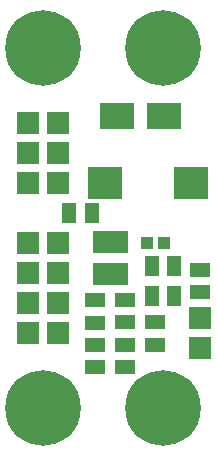
<source format=gbr>
G04 #@! TF.GenerationSoftware,KiCad,Pcbnew,(2018-02-10 revision a04965c36)-makepkg*
G04 #@! TF.CreationDate,2018-07-08T18:58:52+02:00*
G04 #@! TF.ProjectId,STEPUPDC01A,53544550555044433031412E6B696361,REV*
G04 #@! TF.SameCoordinates,Original*
G04 #@! TF.FileFunction,Soldermask,Bot*
G04 #@! TF.FilePolarity,Negative*
%FSLAX46Y46*%
G04 Gerber Fmt 4.6, Leading zero omitted, Abs format (unit mm)*
G04 Created by KiCad (PCBNEW (2018-02-10 revision a04965c36)-makepkg) date 07/08/18 18:58:52*
%MOMM*%
%LPD*%
G01*
G04 APERTURE LIST*
%ADD10R,2.900000X2.700000*%
%ADD11R,2.900000X2.200000*%
%ADD12R,1.000000X1.100000*%
%ADD13R,1.924000X1.924000*%
%ADD14C,6.400000*%
%ADD15R,1.050000X1.960000*%
%ADD16R,1.299000X1.800000*%
%ADD17R,1.289000X1.800000*%
%ADD18R,1.800000X1.289000*%
%ADD19R,1.800000X1.299000*%
G04 APERTURE END LIST*
D10*
X116045000Y-59690000D03*
X108745000Y-59690000D03*
D11*
X109760000Y-53975000D03*
X113760000Y-53975000D03*
D12*
X112330000Y-64770000D03*
X113730000Y-64770000D03*
D13*
X102235000Y-54610000D03*
X104775000Y-54610000D03*
X102235000Y-57150000D03*
X104775000Y-57150000D03*
X102235000Y-59690000D03*
X104775000Y-59690000D03*
X104775000Y-72390000D03*
X102235000Y-72390000D03*
X104775000Y-69850000D03*
X102235000Y-69850000D03*
X104775000Y-67310000D03*
X102235000Y-67310000D03*
X104775000Y-64770000D03*
X102235000Y-64770000D03*
D14*
X113665000Y-78740000D03*
X103505000Y-48260000D03*
X113665000Y-48260000D03*
X103505000Y-78740000D03*
D15*
X110170000Y-67390000D03*
X109220000Y-67390000D03*
X108270000Y-67390000D03*
X108270000Y-64690000D03*
X110170000Y-64690000D03*
X109220000Y-64690000D03*
D16*
X107632500Y-62230000D03*
D17*
X105727500Y-62230000D03*
X112712500Y-66675000D03*
D16*
X114617500Y-66675000D03*
X114617500Y-69215000D03*
D17*
X112712500Y-69215000D03*
D18*
X110490000Y-75247500D03*
D19*
X110490000Y-73342500D03*
X107950000Y-73342500D03*
D18*
X107950000Y-75247500D03*
X116840000Y-68897500D03*
D19*
X116840000Y-66992500D03*
X110490000Y-71437500D03*
D18*
X110490000Y-69532500D03*
D19*
X107950000Y-69596000D03*
D18*
X107950000Y-71501000D03*
X113030000Y-71437500D03*
D19*
X113030000Y-73342500D03*
D13*
X116840000Y-71120000D03*
X116840000Y-73660000D03*
M02*

</source>
